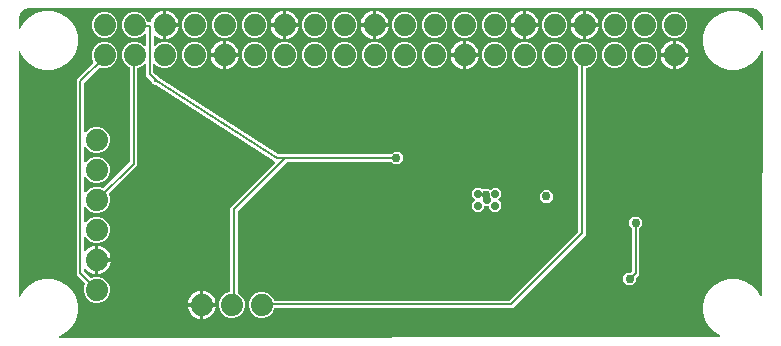
<source format=gbr>
G04 EAGLE Gerber X2 export*
%TF.Part,Single*%
%TF.FileFunction,Copper,L2,Bot,Mixed*%
%TF.FilePolarity,Positive*%
%TF.GenerationSoftware,Autodesk,EAGLE,9.1.0*%
%TF.CreationDate,2019-04-25T21:03:21Z*%
G75*
%MOMM*%
%FSLAX34Y34*%
%LPD*%
%AMOC8*
5,1,8,0,0,1.08239X$1,22.5*%
G01*
%ADD10C,1.879600*%
%ADD11C,0.708000*%
%ADD12C,0.152400*%
%ADD13C,0.756400*%

G36*
X603253Y11090D02*
X603253Y11090D01*
X603299Y11097D01*
X603347Y11096D01*
X603420Y11117D01*
X603495Y11130D01*
X603537Y11152D01*
X603583Y11165D01*
X603645Y11209D01*
X603712Y11245D01*
X603745Y11280D01*
X603784Y11307D01*
X603829Y11368D01*
X603882Y11424D01*
X603901Y11467D01*
X603930Y11505D01*
X603953Y11578D01*
X603985Y11647D01*
X603990Y11694D01*
X604004Y11739D01*
X604003Y11816D01*
X604012Y11892D01*
X604001Y11938D01*
X604001Y11985D01*
X603975Y12057D01*
X603959Y12132D01*
X603935Y12172D01*
X603919Y12217D01*
X603872Y12277D01*
X603832Y12343D01*
X603796Y12373D01*
X603767Y12411D01*
X603662Y12488D01*
X603645Y12502D01*
X603640Y12505D01*
X603632Y12510D01*
X599551Y14866D01*
X594866Y19551D01*
X591554Y25288D01*
X589839Y31688D01*
X589839Y38312D01*
X591554Y44712D01*
X594866Y50449D01*
X599551Y55134D01*
X605288Y58446D01*
X611688Y60161D01*
X618312Y60161D01*
X624712Y58446D01*
X630449Y55134D01*
X635134Y50449D01*
X637969Y45538D01*
X637999Y45502D01*
X638020Y45460D01*
X638076Y45407D01*
X638125Y45347D01*
X638164Y45323D01*
X638198Y45290D01*
X638268Y45258D01*
X638333Y45217D01*
X638379Y45206D01*
X638421Y45186D01*
X638497Y45177D01*
X638572Y45159D01*
X638619Y45163D01*
X638665Y45158D01*
X638741Y45174D01*
X638817Y45181D01*
X638860Y45200D01*
X638906Y45210D01*
X638972Y45249D01*
X639043Y45280D01*
X639077Y45311D01*
X639117Y45335D01*
X639167Y45393D01*
X639225Y45445D01*
X639247Y45486D01*
X639278Y45521D01*
X639307Y45593D01*
X639344Y45660D01*
X639353Y45706D01*
X639371Y45749D01*
X639386Y45882D01*
X639389Y45902D01*
X639389Y45907D01*
X639390Y45916D01*
X640082Y252607D01*
X640078Y252632D01*
X640080Y252658D01*
X640058Y252753D01*
X640043Y252850D01*
X640031Y252873D01*
X640025Y252897D01*
X639974Y252981D01*
X639928Y253068D01*
X639910Y253086D01*
X639897Y253107D01*
X639822Y253170D01*
X639751Y253238D01*
X639727Y253249D01*
X639708Y253265D01*
X639617Y253301D01*
X639528Y253342D01*
X639503Y253345D01*
X639479Y253354D01*
X639381Y253359D01*
X639283Y253370D01*
X639259Y253365D01*
X639233Y253366D01*
X639139Y253339D01*
X639043Y253319D01*
X639021Y253306D01*
X638997Y253299D01*
X638916Y253243D01*
X638831Y253193D01*
X638815Y253174D01*
X638794Y253160D01*
X638735Y253081D01*
X638671Y253007D01*
X638661Y252983D01*
X638646Y252963D01*
X638585Y252807D01*
X638446Y252288D01*
X635134Y246551D01*
X630449Y241866D01*
X624712Y238554D01*
X618312Y236839D01*
X611688Y236839D01*
X605288Y238554D01*
X599551Y241866D01*
X594866Y246551D01*
X591554Y252288D01*
X589839Y258688D01*
X589839Y265312D01*
X591554Y271712D01*
X594866Y277449D01*
X599551Y282134D01*
X605288Y285446D01*
X611688Y287161D01*
X618312Y287161D01*
X624712Y285446D01*
X630449Y282134D01*
X635134Y277449D01*
X638446Y271712D01*
X638647Y270961D01*
X638657Y270941D01*
X638660Y270918D01*
X638707Y270829D01*
X638748Y270737D01*
X638764Y270720D01*
X638774Y270700D01*
X638847Y270631D01*
X638916Y270557D01*
X638936Y270546D01*
X638952Y270530D01*
X639044Y270487D01*
X639132Y270440D01*
X639154Y270436D01*
X639175Y270426D01*
X639275Y270415D01*
X639374Y270397D01*
X639397Y270401D01*
X639419Y270398D01*
X639518Y270419D01*
X639617Y270434D01*
X639638Y270445D01*
X639660Y270449D01*
X639746Y270501D01*
X639836Y270547D01*
X639852Y270563D01*
X639871Y270575D01*
X639937Y270651D01*
X640007Y270723D01*
X640017Y270744D01*
X640032Y270761D01*
X640070Y270855D01*
X640113Y270945D01*
X640116Y270968D01*
X640125Y270989D01*
X640144Y271156D01*
X640165Y277493D01*
X640165Y277494D01*
X640172Y279666D01*
X640169Y279687D01*
X640170Y279725D01*
X640063Y281149D01*
X640061Y281155D01*
X640062Y281161D01*
X640028Y281325D01*
X639156Y284035D01*
X639139Y284067D01*
X639131Y284102D01*
X639048Y284248D01*
X637380Y286554D01*
X637354Y286579D01*
X637335Y286610D01*
X637211Y286723D01*
X634911Y288399D01*
X634878Y288416D01*
X634851Y288439D01*
X634698Y288508D01*
X631991Y289390D01*
X631986Y289390D01*
X631980Y289393D01*
X631816Y289425D01*
X630392Y289537D01*
X630370Y289535D01*
X630332Y289539D01*
X20000Y289539D01*
X19978Y289536D01*
X19940Y289537D01*
X18520Y289425D01*
X18515Y289424D01*
X18509Y289424D01*
X18345Y289390D01*
X15643Y288513D01*
X15612Y288496D01*
X15577Y288487D01*
X15431Y288404D01*
X13133Y286735D01*
X13108Y286710D01*
X13078Y286691D01*
X12965Y286567D01*
X11296Y284269D01*
X11279Y284237D01*
X11257Y284209D01*
X11187Y284057D01*
X10310Y281355D01*
X10309Y281350D01*
X10306Y281345D01*
X10275Y281180D01*
X10163Y279760D01*
X10165Y279738D01*
X10161Y279700D01*
X10161Y272140D01*
X10168Y272092D01*
X10167Y272044D01*
X10188Y271972D01*
X10200Y271897D01*
X10223Y271855D01*
X10237Y271808D01*
X10280Y271746D01*
X10316Y271679D01*
X10350Y271646D01*
X10378Y271607D01*
X10439Y271562D01*
X10494Y271510D01*
X10537Y271490D01*
X10576Y271462D01*
X10648Y271438D01*
X10717Y271406D01*
X10765Y271401D01*
X10810Y271387D01*
X10886Y271388D01*
X10961Y271379D01*
X11008Y271390D01*
X11056Y271390D01*
X11128Y271416D01*
X11202Y271432D01*
X11243Y271456D01*
X11288Y271472D01*
X11348Y271519D01*
X11413Y271558D01*
X11444Y271594D01*
X11482Y271624D01*
X11558Y271728D01*
X11573Y271745D01*
X11575Y271751D01*
X11581Y271759D01*
X14866Y277449D01*
X19551Y282134D01*
X25288Y285446D01*
X31688Y287161D01*
X38312Y287161D01*
X44712Y285446D01*
X50449Y282134D01*
X55134Y277449D01*
X58446Y271712D01*
X60161Y265312D01*
X60161Y258688D01*
X58446Y252288D01*
X55134Y246551D01*
X50449Y241866D01*
X44712Y238554D01*
X38312Y236839D01*
X31688Y236839D01*
X25288Y238554D01*
X19551Y241866D01*
X14866Y246551D01*
X11581Y252241D01*
X11551Y252278D01*
X11528Y252321D01*
X11473Y252373D01*
X11425Y252431D01*
X11385Y252457D01*
X11350Y252490D01*
X11281Y252522D01*
X11217Y252562D01*
X11170Y252573D01*
X11127Y252594D01*
X11052Y252602D01*
X10978Y252620D01*
X10930Y252615D01*
X10883Y252621D01*
X10808Y252605D01*
X10733Y252598D01*
X10689Y252579D01*
X10642Y252568D01*
X10577Y252529D01*
X10508Y252499D01*
X10472Y252467D01*
X10431Y252442D01*
X10382Y252385D01*
X10326Y252334D01*
X10302Y252292D01*
X10271Y252255D01*
X10243Y252185D01*
X10206Y252119D01*
X10197Y252072D01*
X10179Y252027D01*
X10165Y251899D01*
X10161Y251877D01*
X10162Y251870D01*
X10161Y251860D01*
X10161Y45140D01*
X10168Y45092D01*
X10167Y45044D01*
X10188Y44972D01*
X10200Y44897D01*
X10223Y44854D01*
X10237Y44808D01*
X10280Y44746D01*
X10316Y44679D01*
X10350Y44646D01*
X10378Y44607D01*
X10439Y44562D01*
X10494Y44510D01*
X10537Y44490D01*
X10576Y44461D01*
X10648Y44438D01*
X10717Y44406D01*
X10765Y44401D01*
X10810Y44387D01*
X10886Y44388D01*
X10961Y44379D01*
X11008Y44390D01*
X11056Y44390D01*
X11128Y44415D01*
X11202Y44432D01*
X11243Y44456D01*
X11288Y44472D01*
X11348Y44519D01*
X11413Y44558D01*
X11444Y44594D01*
X11482Y44624D01*
X11558Y44728D01*
X11573Y44745D01*
X11575Y44751D01*
X11581Y44759D01*
X14866Y50449D01*
X19551Y55134D01*
X25288Y58446D01*
X31688Y60161D01*
X38312Y60161D01*
X44712Y58446D01*
X50449Y55134D01*
X55134Y50449D01*
X58446Y44712D01*
X60161Y38312D01*
X60161Y31688D01*
X58446Y25288D01*
X55134Y19551D01*
X50449Y14866D01*
X44880Y11651D01*
X44842Y11620D01*
X44799Y11597D01*
X44747Y11543D01*
X44689Y11495D01*
X44664Y11454D01*
X44630Y11419D01*
X44599Y11351D01*
X44559Y11287D01*
X44547Y11240D01*
X44527Y11196D01*
X44519Y11121D01*
X44501Y11048D01*
X44505Y10999D01*
X44500Y10951D01*
X44516Y10878D01*
X44523Y10803D01*
X44542Y10758D01*
X44553Y10711D01*
X44591Y10646D01*
X44622Y10577D01*
X44654Y10541D01*
X44679Y10500D01*
X44736Y10451D01*
X44787Y10395D01*
X44830Y10372D01*
X44866Y10340D01*
X44936Y10312D01*
X45002Y10276D01*
X45050Y10267D01*
X45095Y10249D01*
X45221Y10235D01*
X45244Y10231D01*
X45251Y10232D01*
X45262Y10230D01*
X603253Y11090D01*
G37*
%LPC*%
G36*
X188327Y27177D02*
X188327Y27177D01*
X184313Y28840D01*
X181240Y31913D01*
X179577Y35927D01*
X179577Y40273D01*
X181240Y44287D01*
X184313Y47360D01*
X188327Y49023D01*
X188436Y49023D01*
X188456Y49026D01*
X188475Y49024D01*
X188577Y49046D01*
X188679Y49062D01*
X188696Y49072D01*
X188716Y49076D01*
X188805Y49129D01*
X188896Y49178D01*
X188910Y49192D01*
X188927Y49202D01*
X188994Y49281D01*
X189066Y49356D01*
X189074Y49374D01*
X189087Y49389D01*
X189126Y49485D01*
X189169Y49579D01*
X189171Y49599D01*
X189179Y49617D01*
X189197Y49784D01*
X189197Y120368D01*
X191355Y122526D01*
X227115Y158285D01*
X227126Y158301D01*
X227142Y158314D01*
X227198Y158401D01*
X227258Y158485D01*
X227264Y158504D01*
X227275Y158521D01*
X227300Y158621D01*
X227330Y158720D01*
X227330Y158740D01*
X227335Y158759D01*
X227327Y158862D01*
X227324Y158966D01*
X227317Y158985D01*
X227316Y159005D01*
X227275Y159099D01*
X227240Y159197D01*
X227227Y159213D01*
X227219Y159231D01*
X227115Y159362D01*
X226625Y159851D01*
X226621Y159854D01*
X226497Y159954D01*
X126387Y223835D01*
X126379Y223838D01*
X126373Y223844D01*
X126266Y223887D01*
X126161Y223932D01*
X126153Y223933D01*
X126145Y223936D01*
X125978Y223954D01*
X125796Y223954D01*
X125276Y224474D01*
X125202Y224527D01*
X125133Y224587D01*
X125103Y224599D01*
X125077Y224618D01*
X124989Y224645D01*
X124905Y224679D01*
X124864Y224683D01*
X124841Y224690D01*
X124809Y224689D01*
X124738Y224697D01*
X124632Y224697D01*
X123978Y225351D01*
X123974Y225354D01*
X123849Y225454D01*
X123070Y225952D01*
X123031Y226129D01*
X123028Y226137D01*
X123027Y226146D01*
X122982Y226251D01*
X122940Y226358D01*
X122934Y226364D01*
X122931Y226372D01*
X122826Y226503D01*
X122697Y226632D01*
X122697Y226738D01*
X122683Y226828D01*
X122675Y226919D01*
X122663Y226949D01*
X122658Y226981D01*
X122615Y227061D01*
X122579Y227145D01*
X122553Y227177D01*
X122542Y227198D01*
X122519Y227220D01*
X122474Y227276D01*
X119839Y229912D01*
X117681Y232069D01*
X117681Y241696D01*
X117670Y241767D01*
X117668Y241839D01*
X117650Y241888D01*
X117642Y241939D01*
X117608Y242002D01*
X117583Y242070D01*
X117551Y242110D01*
X117526Y242157D01*
X117474Y242206D01*
X117430Y242262D01*
X117386Y242290D01*
X117348Y242326D01*
X117283Y242356D01*
X117223Y242395D01*
X117172Y242408D01*
X117125Y242430D01*
X117054Y242437D01*
X116984Y242455D01*
X116932Y242451D01*
X116881Y242457D01*
X116810Y242441D01*
X116739Y242436D01*
X116691Y242415D01*
X116640Y242404D01*
X116579Y242368D01*
X116513Y242339D01*
X116457Y242295D01*
X116429Y242278D01*
X116414Y242260D01*
X116382Y242235D01*
X114487Y240340D01*
X111273Y239009D01*
X111173Y238947D01*
X111073Y238887D01*
X111069Y238882D01*
X111064Y238879D01*
X110989Y238789D01*
X110913Y238700D01*
X110911Y238694D01*
X110907Y238690D01*
X110865Y238581D01*
X110821Y238472D01*
X110820Y238464D01*
X110819Y238460D01*
X110818Y238442D01*
X110803Y238305D01*
X110803Y156132D01*
X86522Y131851D01*
X86454Y131757D01*
X86384Y131662D01*
X86382Y131656D01*
X86378Y131651D01*
X86344Y131541D01*
X86308Y131429D01*
X86308Y131422D01*
X86306Y131416D01*
X86309Y131300D01*
X86310Y131183D01*
X86312Y131175D01*
X86312Y131170D01*
X86319Y131153D01*
X86357Y131022D01*
X87123Y129173D01*
X87123Y124827D01*
X85460Y120813D01*
X82387Y117740D01*
X78373Y116077D01*
X74027Y116077D01*
X70013Y117740D01*
X67102Y120651D01*
X67044Y120693D01*
X66992Y120742D01*
X66945Y120764D01*
X66903Y120794D01*
X66834Y120815D01*
X66769Y120846D01*
X66717Y120851D01*
X66667Y120867D01*
X66596Y120865D01*
X66525Y120873D01*
X66474Y120862D01*
X66422Y120860D01*
X66354Y120836D01*
X66284Y120820D01*
X66239Y120794D01*
X66191Y120776D01*
X66135Y120731D01*
X66073Y120694D01*
X66039Y120655D01*
X65999Y120622D01*
X65960Y120562D01*
X65913Y120507D01*
X65894Y120459D01*
X65866Y120415D01*
X65848Y120346D01*
X65821Y120279D01*
X65813Y120208D01*
X65805Y120177D01*
X65807Y120153D01*
X65803Y120112D01*
X65803Y108488D01*
X65814Y108417D01*
X65816Y108345D01*
X65834Y108296D01*
X65842Y108245D01*
X65876Y108182D01*
X65901Y108114D01*
X65933Y108074D01*
X65958Y108027D01*
X66010Y107978D01*
X66054Y107922D01*
X66098Y107894D01*
X66136Y107858D01*
X66201Y107828D01*
X66261Y107789D01*
X66312Y107776D01*
X66359Y107754D01*
X66430Y107747D01*
X66500Y107729D01*
X66552Y107733D01*
X66603Y107727D01*
X66674Y107743D01*
X66745Y107748D01*
X66793Y107769D01*
X66844Y107780D01*
X66905Y107816D01*
X66971Y107845D01*
X67027Y107889D01*
X67055Y107906D01*
X67070Y107924D01*
X67102Y107949D01*
X70013Y110860D01*
X74027Y112523D01*
X78373Y112523D01*
X82387Y110860D01*
X85460Y107787D01*
X87123Y103773D01*
X87123Y99427D01*
X85460Y95413D01*
X82387Y92340D01*
X78373Y90677D01*
X74027Y90677D01*
X70013Y92340D01*
X67102Y95251D01*
X67044Y95293D01*
X66992Y95342D01*
X66945Y95364D01*
X66903Y95394D01*
X66834Y95415D01*
X66769Y95446D01*
X66717Y95451D01*
X66667Y95467D01*
X66596Y95465D01*
X66525Y95473D01*
X66474Y95462D01*
X66422Y95460D01*
X66354Y95436D01*
X66284Y95420D01*
X66239Y95394D01*
X66191Y95376D01*
X66135Y95331D01*
X66073Y95294D01*
X66039Y95255D01*
X65999Y95222D01*
X65960Y95162D01*
X65913Y95107D01*
X65894Y95059D01*
X65866Y95015D01*
X65848Y94946D01*
X65821Y94879D01*
X65813Y94808D01*
X65805Y94777D01*
X65807Y94753D01*
X65803Y94712D01*
X65803Y84524D01*
X65814Y84454D01*
X65816Y84382D01*
X65834Y84333D01*
X65842Y84282D01*
X65876Y84218D01*
X65901Y84151D01*
X65933Y84110D01*
X65958Y84064D01*
X66010Y84015D01*
X66054Y83959D01*
X66098Y83931D01*
X66136Y83895D01*
X66201Y83865D01*
X66261Y83826D01*
X66312Y83813D01*
X66359Y83791D01*
X66430Y83783D01*
X66500Y83766D01*
X66552Y83770D01*
X66603Y83764D01*
X66674Y83779D01*
X66745Y83785D01*
X66793Y83805D01*
X66844Y83816D01*
X66905Y83853D01*
X66971Y83881D01*
X67027Y83926D01*
X67055Y83943D01*
X67070Y83960D01*
X67102Y83986D01*
X68422Y85306D01*
X69943Y86411D01*
X71617Y87264D01*
X73404Y87845D01*
X74677Y88046D01*
X74677Y76962D01*
X74680Y76942D01*
X74678Y76923D01*
X74700Y76821D01*
X74717Y76719D01*
X74726Y76702D01*
X74730Y76682D01*
X74783Y76593D01*
X74832Y76502D01*
X74846Y76488D01*
X74856Y76471D01*
X74935Y76404D01*
X75010Y76333D01*
X75028Y76324D01*
X75043Y76311D01*
X75139Y76273D01*
X75233Y76229D01*
X75253Y76227D01*
X75271Y76219D01*
X75438Y76201D01*
X76201Y76201D01*
X76201Y76199D01*
X75438Y76199D01*
X75418Y76196D01*
X75399Y76198D01*
X75297Y76176D01*
X75195Y76159D01*
X75178Y76150D01*
X75158Y76146D01*
X75069Y76093D01*
X74978Y76044D01*
X74964Y76030D01*
X74947Y76020D01*
X74880Y75941D01*
X74809Y75866D01*
X74800Y75848D01*
X74787Y75833D01*
X74748Y75737D01*
X74705Y75643D01*
X74703Y75623D01*
X74695Y75605D01*
X74677Y75438D01*
X74677Y64354D01*
X73404Y64555D01*
X71617Y65136D01*
X69943Y65989D01*
X68422Y67094D01*
X67102Y68414D01*
X67044Y68456D01*
X66992Y68505D01*
X66945Y68527D01*
X66903Y68557D01*
X66834Y68578D01*
X66769Y68609D01*
X66717Y68614D01*
X66667Y68630D01*
X66596Y68628D01*
X66525Y68636D01*
X66474Y68625D01*
X66422Y68623D01*
X66354Y68599D01*
X66284Y68584D01*
X66239Y68557D01*
X66191Y68539D01*
X66135Y68494D01*
X66073Y68457D01*
X66039Y68418D01*
X65999Y68385D01*
X65960Y68325D01*
X65913Y68270D01*
X65894Y68222D01*
X65866Y68178D01*
X65848Y68109D01*
X65821Y68042D01*
X65813Y67971D01*
X65805Y67940D01*
X65807Y67916D01*
X65803Y67876D01*
X65803Y66683D01*
X65817Y66593D01*
X65825Y66502D01*
X65837Y66473D01*
X65842Y66441D01*
X65885Y66360D01*
X65921Y66276D01*
X65947Y66244D01*
X65958Y66223D01*
X65981Y66201D01*
X66026Y66145D01*
X71137Y61034D01*
X71231Y60966D01*
X71325Y60896D01*
X71331Y60894D01*
X71336Y60891D01*
X71448Y60856D01*
X71559Y60820D01*
X71566Y60820D01*
X71572Y60818D01*
X71688Y60821D01*
X71805Y60822D01*
X71812Y60824D01*
X71817Y60825D01*
X71835Y60831D01*
X71966Y60869D01*
X74027Y61723D01*
X78373Y61723D01*
X82387Y60060D01*
X85460Y56987D01*
X87123Y52973D01*
X87123Y48627D01*
X85460Y44613D01*
X82387Y41540D01*
X78373Y39877D01*
X74027Y39877D01*
X70013Y41540D01*
X66940Y44613D01*
X65277Y48627D01*
X65277Y52973D01*
X66424Y55741D01*
X66451Y55854D01*
X66479Y55968D01*
X66479Y55974D01*
X66480Y55980D01*
X66469Y56097D01*
X66460Y56213D01*
X66458Y56219D01*
X66457Y56225D01*
X66409Y56333D01*
X66364Y56439D01*
X66359Y56445D01*
X66357Y56450D01*
X66344Y56464D01*
X66259Y56570D01*
X61355Y61474D01*
X59197Y63632D01*
X59197Y228868D01*
X73310Y242981D01*
X73378Y243075D01*
X73448Y243170D01*
X73450Y243176D01*
X73454Y243181D01*
X73488Y243292D01*
X73524Y243404D01*
X73524Y243410D01*
X73526Y243416D01*
X73523Y243533D01*
X73522Y243650D01*
X73520Y243657D01*
X73520Y243662D01*
X73513Y243679D01*
X73475Y243811D01*
X71977Y247427D01*
X71977Y251773D01*
X73640Y255787D01*
X76713Y258860D01*
X80727Y260523D01*
X85073Y260523D01*
X89087Y258860D01*
X92160Y255787D01*
X93823Y251773D01*
X93823Y247427D01*
X92160Y243413D01*
X89087Y240340D01*
X85073Y238677D01*
X80727Y238677D01*
X79515Y239180D01*
X79401Y239206D01*
X79288Y239235D01*
X79281Y239234D01*
X79275Y239236D01*
X79159Y239225D01*
X79043Y239216D01*
X79037Y239213D01*
X79030Y239213D01*
X78923Y239165D01*
X78816Y239119D01*
X78810Y239115D01*
X78806Y239113D01*
X78792Y239100D01*
X78685Y239014D01*
X66026Y226355D01*
X65973Y226281D01*
X65913Y226212D01*
X65901Y226181D01*
X65882Y226155D01*
X65855Y226068D01*
X65821Y225983D01*
X65817Y225942D01*
X65810Y225920D01*
X65811Y225888D01*
X65803Y225817D01*
X65803Y184688D01*
X65814Y184617D01*
X65816Y184545D01*
X65834Y184496D01*
X65842Y184445D01*
X65876Y184382D01*
X65901Y184314D01*
X65933Y184274D01*
X65958Y184227D01*
X66010Y184178D01*
X66054Y184122D01*
X66098Y184094D01*
X66136Y184058D01*
X66201Y184028D01*
X66261Y183989D01*
X66312Y183976D01*
X66359Y183954D01*
X66430Y183947D01*
X66500Y183929D01*
X66552Y183933D01*
X66603Y183927D01*
X66674Y183943D01*
X66745Y183948D01*
X66793Y183969D01*
X66844Y183980D01*
X66905Y184016D01*
X66971Y184045D01*
X67027Y184089D01*
X67055Y184106D01*
X67070Y184124D01*
X67102Y184149D01*
X70013Y187060D01*
X74027Y188723D01*
X78373Y188723D01*
X82387Y187060D01*
X85460Y183987D01*
X87123Y179973D01*
X87123Y175627D01*
X85460Y171613D01*
X82387Y168540D01*
X78373Y166877D01*
X74027Y166877D01*
X70013Y168540D01*
X67102Y171451D01*
X67044Y171493D01*
X66992Y171542D01*
X66945Y171564D01*
X66903Y171594D01*
X66834Y171615D01*
X66769Y171646D01*
X66717Y171651D01*
X66667Y171667D01*
X66596Y171665D01*
X66525Y171673D01*
X66474Y171662D01*
X66422Y171660D01*
X66354Y171636D01*
X66284Y171620D01*
X66239Y171594D01*
X66191Y171576D01*
X66135Y171531D01*
X66073Y171494D01*
X66039Y171455D01*
X65999Y171422D01*
X65960Y171362D01*
X65913Y171307D01*
X65894Y171259D01*
X65866Y171215D01*
X65848Y171146D01*
X65821Y171079D01*
X65813Y171008D01*
X65805Y170977D01*
X65807Y170953D01*
X65803Y170912D01*
X65803Y159288D01*
X65814Y159217D01*
X65816Y159145D01*
X65834Y159096D01*
X65842Y159045D01*
X65876Y158982D01*
X65901Y158914D01*
X65933Y158874D01*
X65958Y158827D01*
X66010Y158778D01*
X66054Y158722D01*
X66098Y158694D01*
X66136Y158658D01*
X66201Y158628D01*
X66261Y158589D01*
X66312Y158576D01*
X66359Y158554D01*
X66430Y158547D01*
X66500Y158529D01*
X66552Y158533D01*
X66603Y158527D01*
X66674Y158543D01*
X66745Y158548D01*
X66793Y158569D01*
X66844Y158580D01*
X66905Y158616D01*
X66971Y158645D01*
X67027Y158689D01*
X67055Y158706D01*
X67070Y158724D01*
X67102Y158749D01*
X70013Y161660D01*
X74027Y163323D01*
X78373Y163323D01*
X82387Y161660D01*
X85460Y158587D01*
X87123Y154573D01*
X87123Y150227D01*
X85460Y146213D01*
X82387Y143140D01*
X78373Y141477D01*
X74027Y141477D01*
X70013Y143140D01*
X67102Y146051D01*
X67044Y146093D01*
X66992Y146142D01*
X66945Y146164D01*
X66903Y146194D01*
X66834Y146215D01*
X66769Y146246D01*
X66717Y146251D01*
X66667Y146267D01*
X66596Y146265D01*
X66525Y146273D01*
X66474Y146262D01*
X66422Y146260D01*
X66354Y146236D01*
X66284Y146220D01*
X66239Y146194D01*
X66191Y146176D01*
X66135Y146131D01*
X66073Y146094D01*
X66039Y146055D01*
X65999Y146022D01*
X65960Y145962D01*
X65913Y145907D01*
X65894Y145859D01*
X65866Y145815D01*
X65848Y145746D01*
X65821Y145679D01*
X65813Y145608D01*
X65805Y145577D01*
X65807Y145553D01*
X65803Y145512D01*
X65803Y133888D01*
X65814Y133817D01*
X65816Y133745D01*
X65834Y133696D01*
X65842Y133645D01*
X65876Y133582D01*
X65901Y133514D01*
X65933Y133474D01*
X65958Y133427D01*
X66010Y133378D01*
X66054Y133322D01*
X66098Y133294D01*
X66136Y133258D01*
X66201Y133228D01*
X66261Y133189D01*
X66312Y133176D01*
X66359Y133154D01*
X66430Y133147D01*
X66500Y133129D01*
X66552Y133133D01*
X66603Y133127D01*
X66674Y133143D01*
X66745Y133148D01*
X66793Y133169D01*
X66844Y133180D01*
X66905Y133216D01*
X66971Y133245D01*
X67027Y133289D01*
X67055Y133306D01*
X67070Y133324D01*
X67102Y133349D01*
X70013Y136260D01*
X74027Y137923D01*
X78373Y137923D01*
X81353Y136688D01*
X81467Y136662D01*
X81580Y136633D01*
X81586Y136634D01*
X81592Y136632D01*
X81709Y136643D01*
X81825Y136652D01*
X81831Y136655D01*
X81837Y136655D01*
X81945Y136703D01*
X82052Y136748D01*
X82057Y136753D01*
X82062Y136755D01*
X82076Y136768D01*
X82183Y136853D01*
X103974Y158645D01*
X104027Y158719D01*
X104087Y158788D01*
X104099Y158819D01*
X104118Y158845D01*
X104145Y158932D01*
X104179Y159017D01*
X104183Y159058D01*
X104190Y159080D01*
X104189Y159112D01*
X104197Y159183D01*
X104197Y238968D01*
X104178Y239083D01*
X104161Y239199D01*
X104159Y239205D01*
X104158Y239211D01*
X104103Y239313D01*
X104050Y239418D01*
X104045Y239423D01*
X104042Y239428D01*
X103958Y239508D01*
X103874Y239591D01*
X103868Y239594D01*
X103864Y239598D01*
X103847Y239605D01*
X103727Y239671D01*
X102113Y240340D01*
X99040Y243413D01*
X97377Y247427D01*
X97377Y251773D01*
X99040Y255787D01*
X102113Y258860D01*
X106127Y260523D01*
X110473Y260523D01*
X114487Y258860D01*
X116382Y256965D01*
X116440Y256923D01*
X116492Y256874D01*
X116539Y256852D01*
X116581Y256822D01*
X116650Y256801D01*
X116715Y256770D01*
X116767Y256765D01*
X116817Y256749D01*
X116888Y256751D01*
X116959Y256743D01*
X117010Y256754D01*
X117062Y256756D01*
X117130Y256780D01*
X117200Y256796D01*
X117245Y256822D01*
X117293Y256840D01*
X117349Y256885D01*
X117411Y256922D01*
X117445Y256961D01*
X117485Y256994D01*
X117524Y257054D01*
X117571Y257109D01*
X117590Y257157D01*
X117618Y257201D01*
X117636Y257270D01*
X117663Y257337D01*
X117671Y257408D01*
X117679Y257439D01*
X117677Y257463D01*
X117681Y257504D01*
X117681Y257830D01*
X117734Y257891D01*
X117746Y257921D01*
X117765Y257948D01*
X117792Y258035D01*
X117826Y258119D01*
X117830Y258160D01*
X117837Y258183D01*
X117836Y258215D01*
X117844Y258286D01*
X117844Y267259D01*
X117833Y267330D01*
X117831Y267402D01*
X117813Y267451D01*
X117805Y267502D01*
X117771Y267566D01*
X117746Y267633D01*
X117714Y267674D01*
X117690Y267720D01*
X117638Y267769D01*
X117593Y267825D01*
X117549Y267853D01*
X117511Y267889D01*
X117446Y267919D01*
X117386Y267958D01*
X117335Y267971D01*
X117288Y267993D01*
X117217Y268001D01*
X117147Y268018D01*
X117095Y268014D01*
X117044Y268020D01*
X116974Y268004D01*
X116902Y267999D01*
X116854Y267979D01*
X116803Y267967D01*
X116742Y267931D01*
X116676Y267903D01*
X116620Y267858D01*
X116592Y267841D01*
X116577Y267823D01*
X116545Y267798D01*
X114487Y265740D01*
X110473Y264077D01*
X106127Y264077D01*
X102113Y265740D01*
X99040Y268813D01*
X97377Y272827D01*
X97377Y277173D01*
X99040Y281187D01*
X102113Y284260D01*
X106127Y285923D01*
X110473Y285923D01*
X114487Y284260D01*
X117560Y281187D01*
X118974Y277773D01*
X119036Y277673D01*
X119096Y277573D01*
X119101Y277569D01*
X119104Y277564D01*
X119193Y277489D01*
X119283Y277413D01*
X119289Y277411D01*
X119293Y277407D01*
X119401Y277365D01*
X119511Y277321D01*
X119518Y277320D01*
X119523Y277319D01*
X119541Y277318D01*
X119678Y277303D01*
X121342Y277303D01*
X121366Y277307D01*
X121389Y277304D01*
X121487Y277326D01*
X121585Y277342D01*
X121606Y277354D01*
X121629Y277359D01*
X121714Y277411D01*
X121802Y277458D01*
X121819Y277475D01*
X121839Y277487D01*
X121903Y277564D01*
X121972Y277636D01*
X121982Y277658D01*
X121997Y277676D01*
X122066Y277829D01*
X122636Y279583D01*
X123489Y281257D01*
X124594Y282778D01*
X125922Y284106D01*
X127443Y285211D01*
X129117Y286064D01*
X130904Y286645D01*
X132177Y286846D01*
X132177Y275762D01*
X132180Y275742D01*
X132178Y275723D01*
X132200Y275621D01*
X132217Y275519D01*
X132226Y275502D01*
X132230Y275482D01*
X132283Y275393D01*
X132332Y275302D01*
X132346Y275288D01*
X132356Y275271D01*
X132435Y275204D01*
X132510Y275133D01*
X132528Y275124D01*
X132543Y275111D01*
X132639Y275073D01*
X132733Y275029D01*
X132753Y275027D01*
X132771Y275019D01*
X132938Y275001D01*
X133701Y275001D01*
X133701Y274999D01*
X132938Y274999D01*
X132918Y274996D01*
X132899Y274998D01*
X132797Y274976D01*
X132695Y274959D01*
X132678Y274950D01*
X132658Y274946D01*
X132569Y274893D01*
X132478Y274844D01*
X132464Y274830D01*
X132447Y274820D01*
X132380Y274741D01*
X132309Y274666D01*
X132300Y274648D01*
X132287Y274633D01*
X132248Y274537D01*
X132205Y274443D01*
X132203Y274423D01*
X132195Y274405D01*
X132177Y274238D01*
X132177Y263154D01*
X130904Y263355D01*
X129117Y263936D01*
X127443Y264789D01*
X125922Y265894D01*
X125749Y266067D01*
X125691Y266109D01*
X125639Y266158D01*
X125592Y266180D01*
X125550Y266210D01*
X125481Y266231D01*
X125416Y266262D01*
X125364Y266267D01*
X125315Y266283D01*
X125243Y266281D01*
X125172Y266289D01*
X125121Y266278D01*
X125069Y266276D01*
X125001Y266252D01*
X124931Y266236D01*
X124886Y266210D01*
X124838Y266192D01*
X124782Y266147D01*
X124720Y266110D01*
X124686Y266071D01*
X124646Y266038D01*
X124607Y265978D01*
X124560Y265923D01*
X124541Y265875D01*
X124513Y265831D01*
X124495Y265762D01*
X124468Y265695D01*
X124460Y265624D01*
X124453Y265593D01*
X124454Y265569D01*
X124450Y265528D01*
X124450Y257635D01*
X124453Y257616D01*
X124451Y257597D01*
X124462Y257547D01*
X124463Y257492D01*
X124481Y257443D01*
X124490Y257392D01*
X124500Y257373D01*
X124503Y257357D01*
X124528Y257315D01*
X124548Y257261D01*
X124580Y257221D01*
X124605Y257175D01*
X124622Y257158D01*
X124629Y257146D01*
X124664Y257116D01*
X124701Y257069D01*
X124745Y257041D01*
X124783Y257005D01*
X124806Y256994D01*
X124816Y256986D01*
X124856Y256970D01*
X124908Y256936D01*
X124959Y256924D01*
X125006Y256902D01*
X125033Y256899D01*
X125044Y256894D01*
X125102Y256888D01*
X125147Y256876D01*
X125181Y256879D01*
X125211Y256875D01*
X125213Y256875D01*
X125225Y256877D01*
X125251Y256874D01*
X125321Y256890D01*
X125392Y256895D01*
X125428Y256911D01*
X125456Y256915D01*
X125468Y256922D01*
X125491Y256927D01*
X125553Y256964D01*
X125618Y256992D01*
X125654Y257020D01*
X125673Y257030D01*
X125685Y257043D01*
X125702Y257053D01*
X125717Y257071D01*
X125749Y257096D01*
X127513Y258860D01*
X131527Y260523D01*
X135873Y260523D01*
X139887Y258860D01*
X142960Y255787D01*
X144623Y251773D01*
X144623Y247427D01*
X142960Y243413D01*
X139887Y240340D01*
X135873Y238677D01*
X131527Y238677D01*
X127513Y240340D01*
X125586Y242267D01*
X125528Y242309D01*
X125476Y242358D01*
X125429Y242380D01*
X125387Y242410D01*
X125318Y242431D01*
X125253Y242462D01*
X125201Y242467D01*
X125151Y242483D01*
X125080Y242481D01*
X125009Y242489D01*
X124958Y242478D01*
X124906Y242476D01*
X124838Y242452D01*
X124768Y242436D01*
X124723Y242410D01*
X124675Y242392D01*
X124619Y242347D01*
X124557Y242310D01*
X124523Y242271D01*
X124483Y242238D01*
X124444Y242178D01*
X124397Y242123D01*
X124378Y242075D01*
X124350Y242031D01*
X124332Y241962D01*
X124305Y241895D01*
X124297Y241824D01*
X124289Y241793D01*
X124291Y241769D01*
X124287Y241728D01*
X124287Y235121D01*
X124301Y235031D01*
X124309Y234940D01*
X124321Y234910D01*
X124326Y234878D01*
X124369Y234797D01*
X124405Y234713D01*
X124431Y234681D01*
X124442Y234660D01*
X124465Y234638D01*
X124510Y234582D01*
X126566Y232526D01*
X126640Y232473D01*
X126710Y232413D01*
X126740Y232401D01*
X126766Y232382D01*
X126853Y232355D01*
X126938Y232321D01*
X126979Y232317D01*
X127001Y232310D01*
X127033Y232311D01*
X127105Y232303D01*
X127368Y232303D01*
X129303Y230368D01*
X129303Y230228D01*
X129306Y230210D01*
X129304Y230192D01*
X129310Y230161D01*
X129309Y230127D01*
X129331Y230057D01*
X129342Y229985D01*
X129353Y229965D01*
X129356Y229952D01*
X129369Y229929D01*
X129381Y229891D01*
X129423Y229832D01*
X129458Y229768D01*
X129478Y229748D01*
X129482Y229741D01*
X129498Y229727D01*
X129524Y229691D01*
X129617Y229616D01*
X129636Y229598D01*
X129644Y229594D01*
X129655Y229586D01*
X130360Y229136D01*
X229424Y165922D01*
X229432Y165919D01*
X229438Y165913D01*
X229545Y165870D01*
X229650Y165825D01*
X229658Y165824D01*
X229667Y165821D01*
X229833Y165803D01*
X325483Y165803D01*
X325573Y165817D01*
X325664Y165825D01*
X325693Y165837D01*
X325725Y165842D01*
X325806Y165885D01*
X325890Y165921D01*
X325922Y165947D01*
X325943Y165958D01*
X325965Y165981D01*
X326021Y166026D01*
X327802Y167807D01*
X332198Y167807D01*
X335307Y164698D01*
X335307Y160302D01*
X332198Y157193D01*
X327802Y157193D01*
X326021Y158974D01*
X325947Y159027D01*
X325877Y159087D01*
X325847Y159099D01*
X325821Y159118D01*
X325734Y159145D01*
X325649Y159179D01*
X325608Y159183D01*
X325586Y159190D01*
X325554Y159189D01*
X325483Y159197D01*
X237683Y159197D01*
X237593Y159183D01*
X237502Y159175D01*
X237473Y159163D01*
X237441Y159158D01*
X237360Y159115D01*
X237276Y159079D01*
X237244Y159053D01*
X237223Y159042D01*
X237201Y159019D01*
X237145Y158974D01*
X196026Y117855D01*
X195973Y117781D01*
X195913Y117712D01*
X195901Y117681D01*
X195882Y117655D01*
X195855Y117568D01*
X195821Y117483D01*
X195817Y117442D01*
X195810Y117420D01*
X195811Y117388D01*
X195803Y117317D01*
X195803Y48235D01*
X195822Y48120D01*
X195839Y48004D01*
X195841Y47998D01*
X195842Y47992D01*
X195897Y47890D01*
X195950Y47785D01*
X195955Y47780D01*
X195958Y47775D01*
X196042Y47694D01*
X196126Y47612D01*
X196132Y47609D01*
X196136Y47605D01*
X196153Y47597D01*
X196273Y47532D01*
X196687Y47360D01*
X199760Y44287D01*
X201423Y40273D01*
X201423Y35927D01*
X199760Y31913D01*
X196687Y28840D01*
X192673Y27177D01*
X188327Y27177D01*
G37*
%LPD*%
%LPC*%
G36*
X213727Y27177D02*
X213727Y27177D01*
X209713Y28840D01*
X206640Y31913D01*
X204977Y35927D01*
X204977Y40273D01*
X206640Y44287D01*
X209713Y47360D01*
X213727Y49023D01*
X218073Y49023D01*
X222087Y47360D01*
X225160Y44287D01*
X226036Y42173D01*
X226098Y42073D01*
X226157Y41973D01*
X226162Y41969D01*
X226165Y41964D01*
X226256Y41889D01*
X226344Y41813D01*
X226350Y41811D01*
X226355Y41807D01*
X226463Y41765D01*
X226572Y41721D01*
X226580Y41720D01*
X226584Y41719D01*
X226603Y41718D01*
X226739Y41703D01*
X425717Y41703D01*
X425807Y41717D01*
X425898Y41725D01*
X425927Y41737D01*
X425959Y41742D01*
X426040Y41785D01*
X426124Y41821D01*
X426156Y41847D01*
X426177Y41858D01*
X426199Y41881D01*
X426255Y41926D01*
X483974Y99645D01*
X484027Y99719D01*
X484087Y99788D01*
X484099Y99819D01*
X484118Y99845D01*
X484145Y99932D01*
X484179Y100017D01*
X484183Y100058D01*
X484190Y100080D01*
X484189Y100112D01*
X484197Y100183D01*
X484197Y239382D01*
X484195Y239396D01*
X484196Y239406D01*
X484185Y239460D01*
X484178Y239497D01*
X484161Y239613D01*
X484159Y239619D01*
X484158Y239625D01*
X484103Y239728D01*
X484050Y239832D01*
X484045Y239837D01*
X484042Y239842D01*
X483958Y239922D01*
X483874Y240005D01*
X483868Y240008D01*
X483864Y240012D01*
X483847Y240020D01*
X483727Y240086D01*
X483113Y240340D01*
X480040Y243413D01*
X478377Y247427D01*
X478377Y251773D01*
X480040Y255787D01*
X483113Y258860D01*
X487127Y260523D01*
X491473Y260523D01*
X495487Y258860D01*
X498560Y255787D01*
X500223Y251773D01*
X500223Y247427D01*
X498560Y243413D01*
X495487Y240340D01*
X491413Y238653D01*
X491321Y238638D01*
X491304Y238628D01*
X491284Y238624D01*
X491195Y238571D01*
X491104Y238522D01*
X491090Y238508D01*
X491073Y238498D01*
X491006Y238419D01*
X490934Y238344D01*
X490926Y238326D01*
X490913Y238311D01*
X490874Y238215D01*
X490831Y238121D01*
X490829Y238101D01*
X490821Y238083D01*
X490803Y237916D01*
X490803Y97132D01*
X428768Y35097D01*
X226988Y35097D01*
X226873Y35078D01*
X226757Y35061D01*
X226751Y35059D01*
X226745Y35058D01*
X226642Y35003D01*
X226537Y34950D01*
X226533Y34945D01*
X226527Y34942D01*
X226448Y34858D01*
X226365Y34774D01*
X226361Y34768D01*
X226358Y34764D01*
X226350Y34747D01*
X226284Y34627D01*
X225160Y31913D01*
X222087Y28840D01*
X218073Y27177D01*
X213727Y27177D01*
G37*
%LPD*%
%LPC*%
G36*
X525302Y54693D02*
X525302Y54693D01*
X522193Y57802D01*
X522193Y62198D01*
X525302Y65307D01*
X527821Y65307D01*
X527911Y65321D01*
X528002Y65329D01*
X528031Y65341D01*
X528063Y65346D01*
X528144Y65389D01*
X528228Y65425D01*
X528260Y65451D01*
X528281Y65462D01*
X528303Y65485D01*
X528359Y65530D01*
X528974Y66145D01*
X529027Y66219D01*
X529087Y66288D01*
X529099Y66319D01*
X529118Y66345D01*
X529145Y66432D01*
X529179Y66517D01*
X529183Y66558D01*
X529190Y66580D01*
X529189Y66612D01*
X529197Y66683D01*
X529197Y102983D01*
X529183Y103073D01*
X529175Y103164D01*
X529163Y103193D01*
X529158Y103225D01*
X529115Y103306D01*
X529079Y103390D01*
X529053Y103422D01*
X529042Y103443D01*
X529019Y103465D01*
X528974Y103521D01*
X527193Y105302D01*
X527193Y109698D01*
X530302Y112807D01*
X534698Y112807D01*
X537807Y109698D01*
X537807Y105302D01*
X536026Y103521D01*
X535973Y103447D01*
X535913Y103377D01*
X535901Y103347D01*
X535882Y103321D01*
X535855Y103234D01*
X535821Y103149D01*
X535817Y103108D01*
X535810Y103086D01*
X535811Y103054D01*
X535803Y102983D01*
X535803Y63632D01*
X533030Y60859D01*
X532977Y60785D01*
X532917Y60716D01*
X532905Y60685D01*
X532886Y60659D01*
X532859Y60572D01*
X532825Y60487D01*
X532821Y60446D01*
X532814Y60424D01*
X532815Y60392D01*
X532807Y60321D01*
X532807Y57802D01*
X529698Y54693D01*
X525302Y54693D01*
G37*
%LPD*%
%LPC*%
G36*
X396802Y116935D02*
X396802Y116935D01*
X393835Y119902D01*
X393835Y124098D01*
X396199Y126462D01*
X396211Y126478D01*
X396226Y126490D01*
X396282Y126578D01*
X396343Y126661D01*
X396348Y126680D01*
X396359Y126697D01*
X396385Y126798D01*
X396415Y126897D01*
X396414Y126916D01*
X396419Y126936D01*
X396411Y127039D01*
X396409Y127142D01*
X396402Y127161D01*
X396400Y127181D01*
X396360Y127276D01*
X396324Y127373D01*
X396312Y127389D01*
X396304Y127407D01*
X396199Y127538D01*
X393835Y129902D01*
X393835Y134098D01*
X396802Y137065D01*
X400998Y137065D01*
X402241Y135822D01*
X402257Y135810D01*
X402269Y135795D01*
X402356Y135739D01*
X402440Y135678D01*
X402459Y135673D01*
X402476Y135662D01*
X402577Y135637D01*
X402675Y135606D01*
X402695Y135607D01*
X402715Y135602D01*
X402818Y135610D01*
X402921Y135612D01*
X402940Y135619D01*
X402960Y135621D01*
X403055Y135661D01*
X403152Y135697D01*
X403168Y135709D01*
X403186Y135717D01*
X403317Y135822D01*
X403802Y136307D01*
X408198Y136307D01*
X409083Y135422D01*
X409099Y135410D01*
X409111Y135395D01*
X409199Y135339D01*
X409283Y135278D01*
X409302Y135273D01*
X409318Y135262D01*
X409419Y135237D01*
X409518Y135206D01*
X409538Y135207D01*
X409557Y135202D01*
X409660Y135210D01*
X409764Y135212D01*
X409782Y135219D01*
X409802Y135221D01*
X409897Y135261D01*
X409995Y135297D01*
X410010Y135309D01*
X410028Y135317D01*
X410159Y135422D01*
X411802Y137065D01*
X415998Y137065D01*
X418965Y134098D01*
X418965Y129902D01*
X416601Y127538D01*
X416589Y127522D01*
X416574Y127510D01*
X416518Y127422D01*
X416457Y127339D01*
X416452Y127320D01*
X416441Y127303D01*
X416415Y127202D01*
X416385Y127103D01*
X416386Y127084D01*
X416381Y127064D01*
X416389Y126961D01*
X416391Y126858D01*
X416398Y126839D01*
X416400Y126819D01*
X416440Y126724D01*
X416476Y126627D01*
X416488Y126611D01*
X416496Y126593D01*
X416601Y126462D01*
X418965Y124098D01*
X418965Y119902D01*
X415998Y116935D01*
X411802Y116935D01*
X408835Y119902D01*
X408835Y121174D01*
X408832Y121194D01*
X408834Y121213D01*
X408812Y121315D01*
X408796Y121417D01*
X408786Y121434D01*
X408782Y121454D01*
X408729Y121543D01*
X408680Y121634D01*
X408666Y121648D01*
X408656Y121665D01*
X408577Y121732D01*
X408502Y121804D01*
X408484Y121812D01*
X408469Y121825D01*
X408373Y121864D01*
X408279Y121907D01*
X408259Y121909D01*
X408241Y121917D01*
X408074Y121935D01*
X404726Y121935D01*
X404706Y121932D01*
X404687Y121934D01*
X404585Y121912D01*
X404483Y121896D01*
X404466Y121886D01*
X404446Y121882D01*
X404357Y121829D01*
X404266Y121780D01*
X404252Y121766D01*
X404235Y121756D01*
X404168Y121677D01*
X404096Y121602D01*
X404088Y121584D01*
X404075Y121569D01*
X404036Y121473D01*
X403993Y121379D01*
X403991Y121359D01*
X403983Y121341D01*
X403965Y121174D01*
X403965Y119902D01*
X400998Y116935D01*
X396802Y116935D01*
G37*
%LPD*%
%LPC*%
G36*
X436327Y238677D02*
X436327Y238677D01*
X432313Y240340D01*
X429240Y243413D01*
X427577Y247427D01*
X427577Y251773D01*
X429240Y255787D01*
X432313Y258860D01*
X436327Y260523D01*
X440673Y260523D01*
X444687Y258860D01*
X447760Y255787D01*
X449423Y251773D01*
X449423Y247427D01*
X447760Y243413D01*
X444687Y240340D01*
X440673Y238677D01*
X436327Y238677D01*
G37*
%LPD*%
%LPC*%
G36*
X207727Y238677D02*
X207727Y238677D01*
X203713Y240340D01*
X200640Y243413D01*
X198977Y247427D01*
X198977Y251773D01*
X200640Y255787D01*
X203713Y258860D01*
X207727Y260523D01*
X212073Y260523D01*
X216087Y258860D01*
X219160Y255787D01*
X220823Y251773D01*
X220823Y247427D01*
X219160Y243413D01*
X216087Y240340D01*
X212073Y238677D01*
X207727Y238677D01*
G37*
%LPD*%
%LPC*%
G36*
X156927Y238677D02*
X156927Y238677D01*
X152913Y240340D01*
X149840Y243413D01*
X148177Y247427D01*
X148177Y251773D01*
X149840Y255787D01*
X152913Y258860D01*
X156927Y260523D01*
X161273Y260523D01*
X165287Y258860D01*
X168360Y255787D01*
X170023Y251773D01*
X170023Y247427D01*
X168360Y243413D01*
X165287Y240340D01*
X161273Y238677D01*
X156927Y238677D01*
G37*
%LPD*%
%LPC*%
G36*
X360127Y238677D02*
X360127Y238677D01*
X356113Y240340D01*
X353040Y243413D01*
X351377Y247427D01*
X351377Y251773D01*
X353040Y255787D01*
X356113Y258860D01*
X360127Y260523D01*
X364473Y260523D01*
X368487Y258860D01*
X371560Y255787D01*
X373223Y251773D01*
X373223Y247427D01*
X371560Y243413D01*
X368487Y240340D01*
X364473Y238677D01*
X360127Y238677D01*
G37*
%LPD*%
%LPC*%
G36*
X233127Y238677D02*
X233127Y238677D01*
X229113Y240340D01*
X226040Y243413D01*
X224377Y247427D01*
X224377Y251773D01*
X226040Y255787D01*
X229113Y258860D01*
X233127Y260523D01*
X237473Y260523D01*
X241487Y258860D01*
X244560Y255787D01*
X246223Y251773D01*
X246223Y247427D01*
X244560Y243413D01*
X241487Y240340D01*
X237473Y238677D01*
X233127Y238677D01*
G37*
%LPD*%
%LPC*%
G36*
X410927Y238677D02*
X410927Y238677D01*
X406913Y240340D01*
X403840Y243413D01*
X402177Y247427D01*
X402177Y251773D01*
X403840Y255787D01*
X406913Y258860D01*
X410927Y260523D01*
X415273Y260523D01*
X419287Y258860D01*
X422360Y255787D01*
X424023Y251773D01*
X424023Y247427D01*
X422360Y243413D01*
X419287Y240340D01*
X415273Y238677D01*
X410927Y238677D01*
G37*
%LPD*%
%LPC*%
G36*
X156927Y264077D02*
X156927Y264077D01*
X152913Y265740D01*
X149840Y268813D01*
X148177Y272827D01*
X148177Y277173D01*
X149840Y281187D01*
X152913Y284260D01*
X156927Y285923D01*
X161273Y285923D01*
X165287Y284260D01*
X168360Y281187D01*
X170023Y277173D01*
X170023Y272827D01*
X168360Y268813D01*
X165287Y265740D01*
X161273Y264077D01*
X156927Y264077D01*
G37*
%LPD*%
%LPC*%
G36*
X512527Y264077D02*
X512527Y264077D01*
X508513Y265740D01*
X505440Y268813D01*
X503777Y272827D01*
X503777Y277173D01*
X505440Y281187D01*
X508513Y284260D01*
X512527Y285923D01*
X516873Y285923D01*
X520887Y284260D01*
X523960Y281187D01*
X525623Y277173D01*
X525623Y272827D01*
X523960Y268813D01*
X520887Y265740D01*
X516873Y264077D01*
X512527Y264077D01*
G37*
%LPD*%
%LPC*%
G36*
X80727Y264077D02*
X80727Y264077D01*
X76713Y265740D01*
X73640Y268813D01*
X71977Y272827D01*
X71977Y277173D01*
X73640Y281187D01*
X76713Y284260D01*
X80727Y285923D01*
X85073Y285923D01*
X89087Y284260D01*
X92160Y281187D01*
X93823Y277173D01*
X93823Y272827D01*
X92160Y268813D01*
X89087Y265740D01*
X85073Y264077D01*
X80727Y264077D01*
G37*
%LPD*%
%LPC*%
G36*
X182327Y264077D02*
X182327Y264077D01*
X178313Y265740D01*
X175240Y268813D01*
X173577Y272827D01*
X173577Y277173D01*
X175240Y281187D01*
X178313Y284260D01*
X182327Y285923D01*
X186673Y285923D01*
X190687Y284260D01*
X193760Y281187D01*
X195423Y277173D01*
X195423Y272827D01*
X193760Y268813D01*
X190687Y265740D01*
X186673Y264077D01*
X182327Y264077D01*
G37*
%LPD*%
%LPC*%
G36*
X207727Y264077D02*
X207727Y264077D01*
X203713Y265740D01*
X200640Y268813D01*
X198977Y272827D01*
X198977Y277173D01*
X200640Y281187D01*
X203713Y284260D01*
X207727Y285923D01*
X212073Y285923D01*
X216087Y284260D01*
X219160Y281187D01*
X220823Y277173D01*
X220823Y272827D01*
X219160Y268813D01*
X216087Y265740D01*
X212073Y264077D01*
X207727Y264077D01*
G37*
%LPD*%
%LPC*%
G36*
X258527Y264077D02*
X258527Y264077D01*
X254513Y265740D01*
X251440Y268813D01*
X249777Y272827D01*
X249777Y277173D01*
X251440Y281187D01*
X254513Y284260D01*
X258527Y285923D01*
X262873Y285923D01*
X266887Y284260D01*
X269960Y281187D01*
X271623Y277173D01*
X271623Y272827D01*
X269960Y268813D01*
X266887Y265740D01*
X262873Y264077D01*
X258527Y264077D01*
G37*
%LPD*%
%LPC*%
G36*
X283927Y264077D02*
X283927Y264077D01*
X279913Y265740D01*
X276840Y268813D01*
X275177Y272827D01*
X275177Y277173D01*
X276840Y281187D01*
X279913Y284260D01*
X283927Y285923D01*
X288273Y285923D01*
X292287Y284260D01*
X295360Y281187D01*
X297023Y277173D01*
X297023Y272827D01*
X295360Y268813D01*
X292287Y265740D01*
X288273Y264077D01*
X283927Y264077D01*
G37*
%LPD*%
%LPC*%
G36*
X334727Y264077D02*
X334727Y264077D01*
X330713Y265740D01*
X327640Y268813D01*
X325977Y272827D01*
X325977Y277173D01*
X327640Y281187D01*
X330713Y284260D01*
X334727Y285923D01*
X339073Y285923D01*
X343087Y284260D01*
X346160Y281187D01*
X347823Y277173D01*
X347823Y272827D01*
X346160Y268813D01*
X343087Y265740D01*
X339073Y264077D01*
X334727Y264077D01*
G37*
%LPD*%
%LPC*%
G36*
X360127Y264077D02*
X360127Y264077D01*
X356113Y265740D01*
X353040Y268813D01*
X351377Y272827D01*
X351377Y277173D01*
X353040Y281187D01*
X356113Y284260D01*
X360127Y285923D01*
X364473Y285923D01*
X368487Y284260D01*
X371560Y281187D01*
X373223Y277173D01*
X373223Y272827D01*
X371560Y268813D01*
X368487Y265740D01*
X364473Y264077D01*
X360127Y264077D01*
G37*
%LPD*%
%LPC*%
G36*
X385527Y264077D02*
X385527Y264077D01*
X381513Y265740D01*
X378440Y268813D01*
X376777Y272827D01*
X376777Y277173D01*
X378440Y281187D01*
X381513Y284260D01*
X385527Y285923D01*
X389873Y285923D01*
X393887Y284260D01*
X396960Y281187D01*
X398623Y277173D01*
X398623Y272827D01*
X396960Y268813D01*
X393887Y265740D01*
X389873Y264077D01*
X385527Y264077D01*
G37*
%LPD*%
%LPC*%
G36*
X410927Y264077D02*
X410927Y264077D01*
X406913Y265740D01*
X403840Y268813D01*
X402177Y272827D01*
X402177Y277173D01*
X403840Y281187D01*
X406913Y284260D01*
X410927Y285923D01*
X415273Y285923D01*
X419287Y284260D01*
X422360Y281187D01*
X424023Y277173D01*
X424023Y272827D01*
X422360Y268813D01*
X419287Y265740D01*
X415273Y264077D01*
X410927Y264077D01*
G37*
%LPD*%
%LPC*%
G36*
X461727Y264077D02*
X461727Y264077D01*
X457713Y265740D01*
X454640Y268813D01*
X452977Y272827D01*
X452977Y277173D01*
X454640Y281187D01*
X457713Y284260D01*
X461727Y285923D01*
X466073Y285923D01*
X470087Y284260D01*
X473160Y281187D01*
X474823Y277173D01*
X474823Y272827D01*
X473160Y268813D01*
X470087Y265740D01*
X466073Y264077D01*
X461727Y264077D01*
G37*
%LPD*%
%LPC*%
G36*
X537927Y264077D02*
X537927Y264077D01*
X533913Y265740D01*
X530840Y268813D01*
X529177Y272827D01*
X529177Y277173D01*
X530840Y281187D01*
X533913Y284260D01*
X537927Y285923D01*
X542273Y285923D01*
X546287Y284260D01*
X549360Y281187D01*
X551023Y277173D01*
X551023Y272827D01*
X549360Y268813D01*
X546287Y265740D01*
X542273Y264077D01*
X537927Y264077D01*
G37*
%LPD*%
%LPC*%
G36*
X563327Y264077D02*
X563327Y264077D01*
X559313Y265740D01*
X556240Y268813D01*
X554577Y272827D01*
X554577Y277173D01*
X556240Y281187D01*
X559313Y284260D01*
X563327Y285923D01*
X567673Y285923D01*
X571687Y284260D01*
X574760Y281187D01*
X576423Y277173D01*
X576423Y272827D01*
X574760Y268813D01*
X571687Y265740D01*
X567673Y264077D01*
X563327Y264077D01*
G37*
%LPD*%
%LPC*%
G36*
X258527Y238677D02*
X258527Y238677D01*
X254513Y240340D01*
X251440Y243413D01*
X249777Y247427D01*
X249777Y251773D01*
X251440Y255787D01*
X254513Y258860D01*
X258527Y260523D01*
X262873Y260523D01*
X266887Y258860D01*
X269960Y255787D01*
X271623Y251773D01*
X271623Y247427D01*
X269960Y243413D01*
X266887Y240340D01*
X262873Y238677D01*
X258527Y238677D01*
G37*
%LPD*%
%LPC*%
G36*
X309327Y238677D02*
X309327Y238677D01*
X305313Y240340D01*
X302240Y243413D01*
X300577Y247427D01*
X300577Y251773D01*
X302240Y255787D01*
X305313Y258860D01*
X309327Y260523D01*
X313673Y260523D01*
X317687Y258860D01*
X320760Y255787D01*
X322423Y251773D01*
X322423Y247427D01*
X320760Y243413D01*
X317687Y240340D01*
X313673Y238677D01*
X309327Y238677D01*
G37*
%LPD*%
%LPC*%
G36*
X461727Y238677D02*
X461727Y238677D01*
X457713Y240340D01*
X454640Y243413D01*
X452977Y247427D01*
X452977Y251773D01*
X454640Y255787D01*
X457713Y258860D01*
X461727Y260523D01*
X466073Y260523D01*
X470087Y258860D01*
X473160Y255787D01*
X474823Y251773D01*
X474823Y247427D01*
X473160Y243413D01*
X470087Y240340D01*
X466073Y238677D01*
X461727Y238677D01*
G37*
%LPD*%
%LPC*%
G36*
X283927Y238677D02*
X283927Y238677D01*
X279913Y240340D01*
X276840Y243413D01*
X275177Y247427D01*
X275177Y251773D01*
X276840Y255787D01*
X279913Y258860D01*
X283927Y260523D01*
X288273Y260523D01*
X292287Y258860D01*
X295360Y255787D01*
X297023Y251773D01*
X297023Y247427D01*
X295360Y243413D01*
X292287Y240340D01*
X288273Y238677D01*
X283927Y238677D01*
G37*
%LPD*%
%LPC*%
G36*
X512527Y238677D02*
X512527Y238677D01*
X508513Y240340D01*
X505440Y243413D01*
X503777Y247427D01*
X503777Y251773D01*
X505440Y255787D01*
X508513Y258860D01*
X512527Y260523D01*
X516873Y260523D01*
X520887Y258860D01*
X523960Y255787D01*
X525623Y251773D01*
X525623Y247427D01*
X523960Y243413D01*
X520887Y240340D01*
X516873Y238677D01*
X512527Y238677D01*
G37*
%LPD*%
%LPC*%
G36*
X537927Y238677D02*
X537927Y238677D01*
X533913Y240340D01*
X530840Y243413D01*
X529177Y247427D01*
X529177Y251773D01*
X530840Y255787D01*
X533913Y258860D01*
X537927Y260523D01*
X542273Y260523D01*
X546287Y258860D01*
X549360Y255787D01*
X551023Y251773D01*
X551023Y247427D01*
X549360Y243413D01*
X546287Y240340D01*
X542273Y238677D01*
X537927Y238677D01*
G37*
%LPD*%
%LPC*%
G36*
X334727Y238677D02*
X334727Y238677D01*
X330713Y240340D01*
X327640Y243413D01*
X325977Y247427D01*
X325977Y251773D01*
X327640Y255787D01*
X330713Y258860D01*
X334727Y260523D01*
X339073Y260523D01*
X343087Y258860D01*
X346160Y255787D01*
X347823Y251773D01*
X347823Y247427D01*
X346160Y243413D01*
X343087Y240340D01*
X339073Y238677D01*
X334727Y238677D01*
G37*
%LPD*%
%LPC*%
G36*
X454802Y124693D02*
X454802Y124693D01*
X451693Y127802D01*
X451693Y132198D01*
X454802Y135307D01*
X459198Y135307D01*
X462307Y132198D01*
X462307Y127802D01*
X459198Y124693D01*
X454802Y124693D01*
G37*
%LPD*%
%LPC*%
G36*
X389223Y251123D02*
X389223Y251123D01*
X389223Y261446D01*
X390496Y261245D01*
X392283Y260664D01*
X393957Y259811D01*
X395478Y258706D01*
X396806Y257378D01*
X397911Y255857D01*
X398764Y254183D01*
X399345Y252396D01*
X399546Y251123D01*
X389223Y251123D01*
G37*
%LPD*%
%LPC*%
G36*
X236823Y276523D02*
X236823Y276523D01*
X236823Y286846D01*
X238096Y286645D01*
X239883Y286064D01*
X241557Y285211D01*
X243078Y284106D01*
X244406Y282778D01*
X245511Y281257D01*
X246364Y279583D01*
X246945Y277796D01*
X247146Y276523D01*
X236823Y276523D01*
G37*
%LPD*%
%LPC*%
G36*
X166623Y39623D02*
X166623Y39623D01*
X166623Y49946D01*
X167896Y49745D01*
X169683Y49164D01*
X171357Y48311D01*
X172878Y47206D01*
X174206Y45878D01*
X175311Y44357D01*
X176164Y42683D01*
X176745Y40896D01*
X176946Y39623D01*
X166623Y39623D01*
G37*
%LPD*%
%LPC*%
G36*
X77723Y77723D02*
X77723Y77723D01*
X77723Y88046D01*
X78996Y87845D01*
X80783Y87264D01*
X82457Y86411D01*
X83978Y85306D01*
X85306Y83978D01*
X86411Y82457D01*
X87264Y80783D01*
X87845Y78996D01*
X88046Y77723D01*
X77723Y77723D01*
G37*
%LPD*%
%LPC*%
G36*
X135223Y276523D02*
X135223Y276523D01*
X135223Y286846D01*
X136496Y286645D01*
X138283Y286064D01*
X139957Y285211D01*
X141478Y284106D01*
X142806Y282778D01*
X143911Y281257D01*
X144764Y279583D01*
X145345Y277796D01*
X145546Y276523D01*
X135223Y276523D01*
G37*
%LPD*%
%LPC*%
G36*
X440023Y276523D02*
X440023Y276523D01*
X440023Y286846D01*
X441296Y286645D01*
X443083Y286064D01*
X444757Y285211D01*
X446278Y284106D01*
X447606Y282778D01*
X448711Y281257D01*
X449564Y279583D01*
X450145Y277796D01*
X450346Y276523D01*
X440023Y276523D01*
G37*
%LPD*%
%LPC*%
G36*
X313023Y276523D02*
X313023Y276523D01*
X313023Y286846D01*
X314296Y286645D01*
X316083Y286064D01*
X317757Y285211D01*
X319278Y284106D01*
X320606Y282778D01*
X321711Y281257D01*
X322564Y279583D01*
X323145Y277796D01*
X323346Y276523D01*
X313023Y276523D01*
G37*
%LPD*%
%LPC*%
G36*
X567023Y251123D02*
X567023Y251123D01*
X567023Y261446D01*
X568296Y261245D01*
X570083Y260664D01*
X571757Y259811D01*
X573278Y258706D01*
X574606Y257378D01*
X575711Y255857D01*
X576564Y254183D01*
X577145Y252396D01*
X577346Y251123D01*
X567023Y251123D01*
G37*
%LPD*%
%LPC*%
G36*
X490823Y276523D02*
X490823Y276523D01*
X490823Y286846D01*
X492096Y286645D01*
X493883Y286064D01*
X495557Y285211D01*
X497078Y284106D01*
X498406Y282778D01*
X499511Y281257D01*
X500364Y279583D01*
X500945Y277796D01*
X501146Y276523D01*
X490823Y276523D01*
G37*
%LPD*%
%LPC*%
G36*
X186023Y251123D02*
X186023Y251123D01*
X186023Y261446D01*
X187296Y261245D01*
X189083Y260664D01*
X190757Y259811D01*
X192278Y258706D01*
X193606Y257378D01*
X194711Y255857D01*
X195564Y254183D01*
X196145Y252396D01*
X196346Y251123D01*
X186023Y251123D01*
G37*
%LPD*%
%LPC*%
G36*
X172654Y251123D02*
X172654Y251123D01*
X172855Y252396D01*
X173436Y254183D01*
X174289Y255857D01*
X175394Y257378D01*
X176722Y258706D01*
X178243Y259811D01*
X179917Y260664D01*
X181704Y261245D01*
X182977Y261446D01*
X182977Y251123D01*
X172654Y251123D01*
G37*
%LPD*%
%LPC*%
G36*
X236823Y273477D02*
X236823Y273477D01*
X247146Y273477D01*
X246945Y272204D01*
X246364Y270417D01*
X245511Y268743D01*
X244406Y267222D01*
X243078Y265894D01*
X241557Y264789D01*
X239883Y263936D01*
X238096Y263355D01*
X236823Y263154D01*
X236823Y273477D01*
G37*
%LPD*%
%LPC*%
G36*
X166623Y36577D02*
X166623Y36577D01*
X176946Y36577D01*
X176745Y35304D01*
X176164Y33517D01*
X175311Y31843D01*
X174206Y30322D01*
X172878Y28994D01*
X171357Y27889D01*
X169683Y27036D01*
X167896Y26455D01*
X166623Y26254D01*
X166623Y36577D01*
G37*
%LPD*%
%LPC*%
G36*
X135223Y273477D02*
X135223Y273477D01*
X145546Y273477D01*
X145345Y272204D01*
X144764Y270417D01*
X143911Y268743D01*
X142806Y267222D01*
X141478Y265894D01*
X139957Y264789D01*
X138283Y263936D01*
X136496Y263355D01*
X135223Y263154D01*
X135223Y273477D01*
G37*
%LPD*%
%LPC*%
G36*
X153254Y39623D02*
X153254Y39623D01*
X153455Y40896D01*
X154036Y42683D01*
X154889Y44357D01*
X155994Y45878D01*
X157322Y47206D01*
X158843Y48311D01*
X160517Y49164D01*
X162304Y49745D01*
X163577Y49946D01*
X163577Y39623D01*
X153254Y39623D01*
G37*
%LPD*%
%LPC*%
G36*
X77723Y74677D02*
X77723Y74677D01*
X88046Y74677D01*
X87845Y73404D01*
X87264Y71617D01*
X86411Y69943D01*
X85306Y68422D01*
X83978Y67094D01*
X82457Y65989D01*
X80783Y65136D01*
X78996Y64555D01*
X77723Y64354D01*
X77723Y74677D01*
G37*
%LPD*%
%LPC*%
G36*
X440023Y273477D02*
X440023Y273477D01*
X450346Y273477D01*
X450145Y272204D01*
X449564Y270417D01*
X448711Y268743D01*
X447606Y267222D01*
X446278Y265894D01*
X444757Y264789D01*
X443083Y263936D01*
X441296Y263355D01*
X440023Y263154D01*
X440023Y273477D01*
G37*
%LPD*%
%LPC*%
G36*
X223454Y276523D02*
X223454Y276523D01*
X223655Y277796D01*
X224236Y279583D01*
X225089Y281257D01*
X226194Y282778D01*
X227522Y284106D01*
X229043Y285211D01*
X230717Y286064D01*
X232504Y286645D01*
X233777Y286846D01*
X233777Y276523D01*
X223454Y276523D01*
G37*
%LPD*%
%LPC*%
G36*
X490823Y273477D02*
X490823Y273477D01*
X501146Y273477D01*
X500945Y272204D01*
X500364Y270417D01*
X499511Y268743D01*
X498406Y267222D01*
X497078Y265894D01*
X495557Y264789D01*
X493883Y263936D01*
X492096Y263355D01*
X490823Y263154D01*
X490823Y273477D01*
G37*
%LPD*%
%LPC*%
G36*
X299654Y276523D02*
X299654Y276523D01*
X299855Y277796D01*
X300436Y279583D01*
X301289Y281257D01*
X302394Y282778D01*
X303722Y284106D01*
X305243Y285211D01*
X306917Y286064D01*
X308704Y286645D01*
X309977Y286846D01*
X309977Y276523D01*
X299654Y276523D01*
G37*
%LPD*%
%LPC*%
G36*
X553654Y251123D02*
X553654Y251123D01*
X553855Y252396D01*
X554436Y254183D01*
X555289Y255857D01*
X556394Y257378D01*
X557722Y258706D01*
X559243Y259811D01*
X560917Y260664D01*
X562704Y261245D01*
X563977Y261446D01*
X563977Y251123D01*
X553654Y251123D01*
G37*
%LPD*%
%LPC*%
G36*
X477454Y276523D02*
X477454Y276523D01*
X477655Y277796D01*
X478236Y279583D01*
X479089Y281257D01*
X480194Y282778D01*
X481522Y284106D01*
X483043Y285211D01*
X484717Y286064D01*
X486504Y286645D01*
X487777Y286846D01*
X487777Y276523D01*
X477454Y276523D01*
G37*
%LPD*%
%LPC*%
G36*
X313023Y273477D02*
X313023Y273477D01*
X323346Y273477D01*
X323145Y272204D01*
X322564Y270417D01*
X321711Y268743D01*
X320606Y267222D01*
X319278Y265894D01*
X317757Y264789D01*
X316083Y263936D01*
X314296Y263355D01*
X313023Y263154D01*
X313023Y273477D01*
G37*
%LPD*%
%LPC*%
G36*
X375854Y251123D02*
X375854Y251123D01*
X376055Y252396D01*
X376636Y254183D01*
X377489Y255857D01*
X378594Y257378D01*
X379922Y258706D01*
X381443Y259811D01*
X383117Y260664D01*
X384904Y261245D01*
X386177Y261446D01*
X386177Y251123D01*
X375854Y251123D01*
G37*
%LPD*%
%LPC*%
G36*
X426654Y276523D02*
X426654Y276523D01*
X426855Y277796D01*
X427436Y279583D01*
X428289Y281257D01*
X429394Y282778D01*
X430722Y284106D01*
X432243Y285211D01*
X433917Y286064D01*
X435704Y286645D01*
X436977Y286846D01*
X436977Y276523D01*
X426654Y276523D01*
G37*
%LPD*%
%LPC*%
G36*
X186023Y248077D02*
X186023Y248077D01*
X196346Y248077D01*
X196145Y246804D01*
X195564Y245017D01*
X194711Y243343D01*
X193606Y241822D01*
X192278Y240494D01*
X190757Y239389D01*
X189083Y238536D01*
X187296Y237955D01*
X186023Y237754D01*
X186023Y248077D01*
G37*
%LPD*%
%LPC*%
G36*
X389223Y248077D02*
X389223Y248077D01*
X399546Y248077D01*
X399345Y246804D01*
X398764Y245017D01*
X397911Y243343D01*
X396806Y241822D01*
X395478Y240494D01*
X393957Y239389D01*
X392283Y238536D01*
X390496Y237955D01*
X389223Y237754D01*
X389223Y248077D01*
G37*
%LPD*%
%LPC*%
G36*
X567023Y248077D02*
X567023Y248077D01*
X577346Y248077D01*
X577145Y246804D01*
X576564Y245017D01*
X575711Y243343D01*
X574606Y241822D01*
X573278Y240494D01*
X571757Y239389D01*
X570083Y238536D01*
X568296Y237955D01*
X567023Y237754D01*
X567023Y248077D01*
G37*
%LPD*%
%LPC*%
G36*
X162304Y26455D02*
X162304Y26455D01*
X160517Y27036D01*
X158843Y27889D01*
X157322Y28994D01*
X155994Y30322D01*
X154889Y31843D01*
X154036Y33517D01*
X153455Y35304D01*
X153254Y36577D01*
X163577Y36577D01*
X163577Y26254D01*
X162304Y26455D01*
G37*
%LPD*%
%LPC*%
G36*
X562704Y237955D02*
X562704Y237955D01*
X560917Y238536D01*
X559243Y239389D01*
X557722Y240494D01*
X556394Y241822D01*
X555289Y243343D01*
X554436Y245017D01*
X553855Y246804D01*
X553654Y248077D01*
X563977Y248077D01*
X563977Y237754D01*
X562704Y237955D01*
G37*
%LPD*%
%LPC*%
G36*
X232504Y263355D02*
X232504Y263355D01*
X230717Y263936D01*
X229043Y264789D01*
X227522Y265894D01*
X226194Y267222D01*
X225089Y268743D01*
X224236Y270417D01*
X223655Y272204D01*
X223454Y273477D01*
X233777Y273477D01*
X233777Y263154D01*
X232504Y263355D01*
G37*
%LPD*%
%LPC*%
G36*
X384904Y237955D02*
X384904Y237955D01*
X383117Y238536D01*
X381443Y239389D01*
X379922Y240494D01*
X378594Y241822D01*
X377489Y243343D01*
X376636Y245017D01*
X376055Y246804D01*
X375854Y248077D01*
X386177Y248077D01*
X386177Y237754D01*
X384904Y237955D01*
G37*
%LPD*%
%LPC*%
G36*
X486504Y263355D02*
X486504Y263355D01*
X484717Y263936D01*
X483043Y264789D01*
X481522Y265894D01*
X480194Y267222D01*
X479089Y268743D01*
X478236Y270417D01*
X477655Y272204D01*
X477454Y273477D01*
X487777Y273477D01*
X487777Y263154D01*
X486504Y263355D01*
G37*
%LPD*%
%LPC*%
G36*
X181704Y237955D02*
X181704Y237955D01*
X179917Y238536D01*
X178243Y239389D01*
X176722Y240494D01*
X175394Y241822D01*
X174289Y243343D01*
X173436Y245017D01*
X172855Y246804D01*
X172654Y248077D01*
X182977Y248077D01*
X182977Y237754D01*
X181704Y237955D01*
G37*
%LPD*%
%LPC*%
G36*
X308704Y263355D02*
X308704Y263355D01*
X306917Y263936D01*
X305243Y264789D01*
X303722Y265894D01*
X302394Y267222D01*
X301289Y268743D01*
X300436Y270417D01*
X299855Y272204D01*
X299654Y273477D01*
X309977Y273477D01*
X309977Y263154D01*
X308704Y263355D01*
G37*
%LPD*%
%LPC*%
G36*
X435704Y263355D02*
X435704Y263355D01*
X433917Y263936D01*
X432243Y264789D01*
X430722Y265894D01*
X429394Y267222D01*
X428289Y268743D01*
X427436Y270417D01*
X426855Y272204D01*
X426654Y273477D01*
X436977Y273477D01*
X436977Y263154D01*
X435704Y263355D01*
G37*
%LPD*%
%LPC*%
G36*
X489299Y274999D02*
X489299Y274999D01*
X489299Y275001D01*
X489301Y275001D01*
X489301Y274999D01*
X489299Y274999D01*
G37*
%LPD*%
%LPC*%
G36*
X311499Y274999D02*
X311499Y274999D01*
X311499Y275001D01*
X311501Y275001D01*
X311501Y274999D01*
X311499Y274999D01*
G37*
%LPD*%
%LPC*%
G36*
X438499Y274999D02*
X438499Y274999D01*
X438499Y275001D01*
X438501Y275001D01*
X438501Y274999D01*
X438499Y274999D01*
G37*
%LPD*%
%LPC*%
G36*
X235299Y274999D02*
X235299Y274999D01*
X235299Y275001D01*
X235301Y275001D01*
X235301Y274999D01*
X235299Y274999D01*
G37*
%LPD*%
%LPC*%
G36*
X387699Y249599D02*
X387699Y249599D01*
X387699Y249601D01*
X387701Y249601D01*
X387701Y249599D01*
X387699Y249599D01*
G37*
%LPD*%
%LPC*%
G36*
X165099Y38099D02*
X165099Y38099D01*
X165099Y38101D01*
X165101Y38101D01*
X165101Y38099D01*
X165099Y38099D01*
G37*
%LPD*%
%LPC*%
G36*
X184499Y249599D02*
X184499Y249599D01*
X184499Y249601D01*
X184501Y249601D01*
X184501Y249599D01*
X184499Y249599D01*
G37*
%LPD*%
%LPC*%
G36*
X565499Y249599D02*
X565499Y249599D01*
X565499Y249601D01*
X565501Y249601D01*
X565501Y249599D01*
X565499Y249599D01*
G37*
%LPD*%
D10*
X82900Y249600D03*
X108300Y249600D03*
X133700Y249600D03*
X159100Y249600D03*
X184500Y249600D03*
X209900Y249600D03*
X235300Y249600D03*
X260700Y249600D03*
X286100Y249600D03*
X311500Y249600D03*
X336900Y249600D03*
X362300Y249600D03*
X387700Y249600D03*
X387700Y275000D03*
X362300Y275000D03*
X336900Y275000D03*
X311500Y275000D03*
X286100Y275000D03*
X260700Y275000D03*
X235300Y275000D03*
X209900Y275000D03*
X184500Y275000D03*
X159100Y275000D03*
X133700Y275000D03*
X108300Y275000D03*
X82900Y275000D03*
X413100Y249600D03*
X413100Y275000D03*
X438500Y249600D03*
X438500Y275000D03*
X463900Y249600D03*
X463900Y275000D03*
X489300Y249600D03*
X489300Y275000D03*
X514700Y249600D03*
X514700Y275000D03*
X540100Y249600D03*
X540100Y275000D03*
X565500Y249600D03*
X565500Y275000D03*
X76200Y177800D03*
X76200Y152400D03*
X76200Y127000D03*
X76200Y101600D03*
X76200Y76200D03*
X76200Y50800D03*
X215900Y38100D03*
X190500Y38100D03*
X165100Y38100D03*
D11*
X406400Y127000D03*
X413900Y122000D03*
X413900Y132000D03*
X398900Y132000D03*
X398900Y122000D03*
D12*
X236000Y162500D02*
X192500Y119000D01*
X192500Y40000D01*
X190500Y38100D01*
X121147Y274000D02*
X109300Y274000D01*
D13*
X330000Y162500D03*
D12*
X236000Y162500D01*
X228647Y162500D02*
X127164Y227257D01*
X126000Y228000D01*
X126000Y229000D01*
X228647Y162500D02*
X330000Y162500D01*
X109300Y274000D02*
X108300Y275000D01*
X120984Y233437D02*
X127164Y227257D01*
X121147Y256277D02*
X120984Y256440D01*
X120984Y233437D01*
X121147Y256277D02*
X121147Y274000D01*
X527500Y60000D02*
X532500Y65000D01*
X532500Y107500D01*
D13*
X527500Y60000D03*
X532500Y107500D03*
D12*
X487500Y98500D02*
X427400Y38400D01*
X487500Y98500D02*
X487500Y247500D01*
X489300Y249600D01*
X427400Y38400D02*
X216200Y38400D01*
X215900Y38100D01*
X75000Y52500D02*
X62500Y65000D01*
X62500Y227500D01*
X82500Y247500D01*
X75000Y52500D02*
X76200Y50800D01*
X82500Y247500D02*
X82900Y249600D01*
X107500Y157500D02*
X77500Y127500D01*
X107500Y157500D02*
X107500Y247500D01*
X77500Y127500D02*
X76200Y127000D01*
X107500Y247500D02*
X108300Y249600D01*
D13*
X146000Y201000D03*
X153000Y179000D03*
X284000Y202000D03*
X527000Y187000D03*
X609000Y203000D03*
X521000Y149000D03*
X384000Y204000D03*
X464000Y33000D03*
X207000Y213000D03*
X289000Y98000D03*
X153000Y135000D03*
X152000Y97000D03*
X133000Y28000D03*
X298000Y25000D03*
X372000Y87000D03*
X422000Y92000D03*
X31000Y207000D03*
X82000Y212000D03*
X33000Y100000D03*
X457000Y130000D03*
X406000Y131000D03*
M02*

</source>
